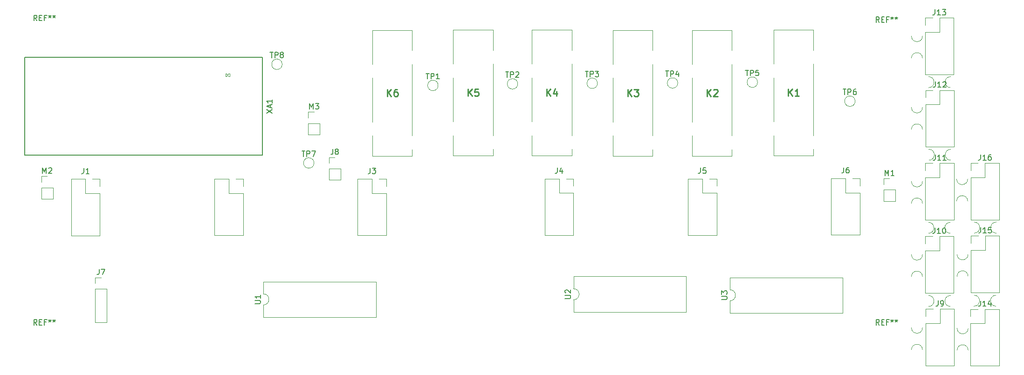
<source format=gbr>
%TF.GenerationSoftware,KiCad,Pcbnew,7.0.2-0*%
%TF.CreationDate,2023-05-27T18:04:37+01:00*%
%TF.ProjectId,olfactory_display,6f6c6661-6374-46f7-9279-5f646973706c,rev?*%
%TF.SameCoordinates,Original*%
%TF.FileFunction,Legend,Top*%
%TF.FilePolarity,Positive*%
%FSLAX46Y46*%
G04 Gerber Fmt 4.6, Leading zero omitted, Abs format (unit mm)*
G04 Created by KiCad (PCBNEW 7.0.2-0) date 2023-05-27 18:04:37*
%MOMM*%
%LPD*%
G01*
G04 APERTURE LIST*
%ADD10C,0.150000*%
%ADD11C,0.075000*%
%ADD12C,0.254000*%
%ADD13C,0.100000*%
%ADD14C,0.120000*%
G04 APERTURE END LIST*
D10*
%TO.C,XA1*%
X139499764Y-37133094D02*
X140499764Y-36466428D01*
X139499764Y-36466428D02*
X140499764Y-37133094D01*
X140214049Y-36133094D02*
X140214049Y-35656904D01*
X140499764Y-36228332D02*
X139499764Y-35894999D01*
X139499764Y-35894999D02*
X140499764Y-35561666D01*
X140499764Y-34704523D02*
X140499764Y-35275951D01*
X140499764Y-34990237D02*
X139499764Y-34990237D01*
X139499764Y-34990237D02*
X139642621Y-35085475D01*
X139642621Y-35085475D02*
X139737859Y-35180713D01*
X139737859Y-35180713D02*
X139785478Y-35275951D01*
D11*
X132786192Y-29948690D02*
X132786192Y-30448690D01*
X132786192Y-30448690D02*
X132667144Y-30448690D01*
X132667144Y-30448690D02*
X132595716Y-30424880D01*
X132595716Y-30424880D02*
X132548097Y-30377261D01*
X132548097Y-30377261D02*
X132524287Y-30329642D01*
X132524287Y-30329642D02*
X132500478Y-30234404D01*
X132500478Y-30234404D02*
X132500478Y-30162976D01*
X132500478Y-30162976D02*
X132524287Y-30067738D01*
X132524287Y-30067738D02*
X132548097Y-30020119D01*
X132548097Y-30020119D02*
X132595716Y-29972500D01*
X132595716Y-29972500D02*
X132667144Y-29948690D01*
X132667144Y-29948690D02*
X132786192Y-29948690D01*
X132190954Y-30448690D02*
X132143335Y-30448690D01*
X132143335Y-30448690D02*
X132095716Y-30424880D01*
X132095716Y-30424880D02*
X132071906Y-30401071D01*
X132071906Y-30401071D02*
X132048097Y-30353452D01*
X132048097Y-30353452D02*
X132024287Y-30258214D01*
X132024287Y-30258214D02*
X132024287Y-30139166D01*
X132024287Y-30139166D02*
X132048097Y-30043928D01*
X132048097Y-30043928D02*
X132071906Y-29996309D01*
X132071906Y-29996309D02*
X132095716Y-29972500D01*
X132095716Y-29972500D02*
X132143335Y-29948690D01*
X132143335Y-29948690D02*
X132190954Y-29948690D01*
X132190954Y-29948690D02*
X132238573Y-29972500D01*
X132238573Y-29972500D02*
X132262382Y-29996309D01*
X132262382Y-29996309D02*
X132286192Y-30043928D01*
X132286192Y-30043928D02*
X132310001Y-30139166D01*
X132310001Y-30139166D02*
X132310001Y-30258214D01*
X132310001Y-30258214D02*
X132286192Y-30353452D01*
X132286192Y-30353452D02*
X132262382Y-30401071D01*
X132262382Y-30401071D02*
X132238573Y-30424880D01*
X132238573Y-30424880D02*
X132190954Y-30448690D01*
D10*
%TO.C,J16*%
X269200476Y-44682619D02*
X269200476Y-45396904D01*
X269200476Y-45396904D02*
X269152857Y-45539761D01*
X269152857Y-45539761D02*
X269057619Y-45635000D01*
X269057619Y-45635000D02*
X268914762Y-45682619D01*
X268914762Y-45682619D02*
X268819524Y-45682619D01*
X270200476Y-45682619D02*
X269629048Y-45682619D01*
X269914762Y-45682619D02*
X269914762Y-44682619D01*
X269914762Y-44682619D02*
X269819524Y-44825476D01*
X269819524Y-44825476D02*
X269724286Y-44920714D01*
X269724286Y-44920714D02*
X269629048Y-44968333D01*
X271057619Y-44682619D02*
X270867143Y-44682619D01*
X270867143Y-44682619D02*
X270771905Y-44730238D01*
X270771905Y-44730238D02*
X270724286Y-44777857D01*
X270724286Y-44777857D02*
X270629048Y-44920714D01*
X270629048Y-44920714D02*
X270581429Y-45111190D01*
X270581429Y-45111190D02*
X270581429Y-45492142D01*
X270581429Y-45492142D02*
X270629048Y-45587380D01*
X270629048Y-45587380D02*
X270676667Y-45635000D01*
X270676667Y-45635000D02*
X270771905Y-45682619D01*
X270771905Y-45682619D02*
X270962381Y-45682619D01*
X270962381Y-45682619D02*
X271057619Y-45635000D01*
X271057619Y-45635000D02*
X271105238Y-45587380D01*
X271105238Y-45587380D02*
X271152857Y-45492142D01*
X271152857Y-45492142D02*
X271152857Y-45254047D01*
X271152857Y-45254047D02*
X271105238Y-45158809D01*
X271105238Y-45158809D02*
X271057619Y-45111190D01*
X271057619Y-45111190D02*
X270962381Y-45063571D01*
X270962381Y-45063571D02*
X270771905Y-45063571D01*
X270771905Y-45063571D02*
X270676667Y-45111190D01*
X270676667Y-45111190D02*
X270629048Y-45158809D01*
X270629048Y-45158809D02*
X270581429Y-45254047D01*
%TO.C,J15*%
X269230476Y-57912619D02*
X269230476Y-58626904D01*
X269230476Y-58626904D02*
X269182857Y-58769761D01*
X269182857Y-58769761D02*
X269087619Y-58865000D01*
X269087619Y-58865000D02*
X268944762Y-58912619D01*
X268944762Y-58912619D02*
X268849524Y-58912619D01*
X270230476Y-58912619D02*
X269659048Y-58912619D01*
X269944762Y-58912619D02*
X269944762Y-57912619D01*
X269944762Y-57912619D02*
X269849524Y-58055476D01*
X269849524Y-58055476D02*
X269754286Y-58150714D01*
X269754286Y-58150714D02*
X269659048Y-58198333D01*
X271135238Y-57912619D02*
X270659048Y-57912619D01*
X270659048Y-57912619D02*
X270611429Y-58388809D01*
X270611429Y-58388809D02*
X270659048Y-58341190D01*
X270659048Y-58341190D02*
X270754286Y-58293571D01*
X270754286Y-58293571D02*
X270992381Y-58293571D01*
X270992381Y-58293571D02*
X271087619Y-58341190D01*
X271087619Y-58341190D02*
X271135238Y-58388809D01*
X271135238Y-58388809D02*
X271182857Y-58484047D01*
X271182857Y-58484047D02*
X271182857Y-58722142D01*
X271182857Y-58722142D02*
X271135238Y-58817380D01*
X271135238Y-58817380D02*
X271087619Y-58865000D01*
X271087619Y-58865000D02*
X270992381Y-58912619D01*
X270992381Y-58912619D02*
X270754286Y-58912619D01*
X270754286Y-58912619D02*
X270659048Y-58865000D01*
X270659048Y-58865000D02*
X270611429Y-58817380D01*
%TO.C,TP8*%
X140128095Y-26074619D02*
X140699523Y-26074619D01*
X140413809Y-27074619D02*
X140413809Y-26074619D01*
X141032857Y-27074619D02*
X141032857Y-26074619D01*
X141032857Y-26074619D02*
X141413809Y-26074619D01*
X141413809Y-26074619D02*
X141509047Y-26122238D01*
X141509047Y-26122238D02*
X141556666Y-26169857D01*
X141556666Y-26169857D02*
X141604285Y-26265095D01*
X141604285Y-26265095D02*
X141604285Y-26407952D01*
X141604285Y-26407952D02*
X141556666Y-26503190D01*
X141556666Y-26503190D02*
X141509047Y-26550809D01*
X141509047Y-26550809D02*
X141413809Y-26598428D01*
X141413809Y-26598428D02*
X141032857Y-26598428D01*
X142175714Y-26503190D02*
X142080476Y-26455571D01*
X142080476Y-26455571D02*
X142032857Y-26407952D01*
X142032857Y-26407952D02*
X141985238Y-26312714D01*
X141985238Y-26312714D02*
X141985238Y-26265095D01*
X141985238Y-26265095D02*
X142032857Y-26169857D01*
X142032857Y-26169857D02*
X142080476Y-26122238D01*
X142080476Y-26122238D02*
X142175714Y-26074619D01*
X142175714Y-26074619D02*
X142366190Y-26074619D01*
X142366190Y-26074619D02*
X142461428Y-26122238D01*
X142461428Y-26122238D02*
X142509047Y-26169857D01*
X142509047Y-26169857D02*
X142556666Y-26265095D01*
X142556666Y-26265095D02*
X142556666Y-26312714D01*
X142556666Y-26312714D02*
X142509047Y-26407952D01*
X142509047Y-26407952D02*
X142461428Y-26455571D01*
X142461428Y-26455571D02*
X142366190Y-26503190D01*
X142366190Y-26503190D02*
X142175714Y-26503190D01*
X142175714Y-26503190D02*
X142080476Y-26550809D01*
X142080476Y-26550809D02*
X142032857Y-26598428D01*
X142032857Y-26598428D02*
X141985238Y-26693666D01*
X141985238Y-26693666D02*
X141985238Y-26884142D01*
X141985238Y-26884142D02*
X142032857Y-26979380D01*
X142032857Y-26979380D02*
X142080476Y-27027000D01*
X142080476Y-27027000D02*
X142175714Y-27074619D01*
X142175714Y-27074619D02*
X142366190Y-27074619D01*
X142366190Y-27074619D02*
X142461428Y-27027000D01*
X142461428Y-27027000D02*
X142509047Y-26979380D01*
X142509047Y-26979380D02*
X142556666Y-26884142D01*
X142556666Y-26884142D02*
X142556666Y-26693666D01*
X142556666Y-26693666D02*
X142509047Y-26598428D01*
X142509047Y-26598428D02*
X142461428Y-26550809D01*
X142461428Y-26550809D02*
X142366190Y-26503190D01*
%TO.C,TP7*%
X145908095Y-44014619D02*
X146479523Y-44014619D01*
X146193809Y-45014619D02*
X146193809Y-44014619D01*
X146812857Y-45014619D02*
X146812857Y-44014619D01*
X146812857Y-44014619D02*
X147193809Y-44014619D01*
X147193809Y-44014619D02*
X147289047Y-44062238D01*
X147289047Y-44062238D02*
X147336666Y-44109857D01*
X147336666Y-44109857D02*
X147384285Y-44205095D01*
X147384285Y-44205095D02*
X147384285Y-44347952D01*
X147384285Y-44347952D02*
X147336666Y-44443190D01*
X147336666Y-44443190D02*
X147289047Y-44490809D01*
X147289047Y-44490809D02*
X147193809Y-44538428D01*
X147193809Y-44538428D02*
X146812857Y-44538428D01*
X147717619Y-44014619D02*
X148384285Y-44014619D01*
X148384285Y-44014619D02*
X147955714Y-45014619D01*
%TO.C,TP6*%
X244208095Y-32774619D02*
X244779523Y-32774619D01*
X244493809Y-33774619D02*
X244493809Y-32774619D01*
X245112857Y-33774619D02*
X245112857Y-32774619D01*
X245112857Y-32774619D02*
X245493809Y-32774619D01*
X245493809Y-32774619D02*
X245589047Y-32822238D01*
X245589047Y-32822238D02*
X245636666Y-32869857D01*
X245636666Y-32869857D02*
X245684285Y-32965095D01*
X245684285Y-32965095D02*
X245684285Y-33107952D01*
X245684285Y-33107952D02*
X245636666Y-33203190D01*
X245636666Y-33203190D02*
X245589047Y-33250809D01*
X245589047Y-33250809D02*
X245493809Y-33298428D01*
X245493809Y-33298428D02*
X245112857Y-33298428D01*
X246541428Y-32774619D02*
X246350952Y-32774619D01*
X246350952Y-32774619D02*
X246255714Y-32822238D01*
X246255714Y-32822238D02*
X246208095Y-32869857D01*
X246208095Y-32869857D02*
X246112857Y-33012714D01*
X246112857Y-33012714D02*
X246065238Y-33203190D01*
X246065238Y-33203190D02*
X246065238Y-33584142D01*
X246065238Y-33584142D02*
X246112857Y-33679380D01*
X246112857Y-33679380D02*
X246160476Y-33727000D01*
X246160476Y-33727000D02*
X246255714Y-33774619D01*
X246255714Y-33774619D02*
X246446190Y-33774619D01*
X246446190Y-33774619D02*
X246541428Y-33727000D01*
X246541428Y-33727000D02*
X246589047Y-33679380D01*
X246589047Y-33679380D02*
X246636666Y-33584142D01*
X246636666Y-33584142D02*
X246636666Y-33346047D01*
X246636666Y-33346047D02*
X246589047Y-33250809D01*
X246589047Y-33250809D02*
X246541428Y-33203190D01*
X246541428Y-33203190D02*
X246446190Y-33155571D01*
X246446190Y-33155571D02*
X246255714Y-33155571D01*
X246255714Y-33155571D02*
X246160476Y-33203190D01*
X246160476Y-33203190D02*
X246112857Y-33250809D01*
X246112857Y-33250809D02*
X246065238Y-33346047D01*
%TO.C,TP5*%
X226478095Y-29324619D02*
X227049523Y-29324619D01*
X226763809Y-30324619D02*
X226763809Y-29324619D01*
X227382857Y-30324619D02*
X227382857Y-29324619D01*
X227382857Y-29324619D02*
X227763809Y-29324619D01*
X227763809Y-29324619D02*
X227859047Y-29372238D01*
X227859047Y-29372238D02*
X227906666Y-29419857D01*
X227906666Y-29419857D02*
X227954285Y-29515095D01*
X227954285Y-29515095D02*
X227954285Y-29657952D01*
X227954285Y-29657952D02*
X227906666Y-29753190D01*
X227906666Y-29753190D02*
X227859047Y-29800809D01*
X227859047Y-29800809D02*
X227763809Y-29848428D01*
X227763809Y-29848428D02*
X227382857Y-29848428D01*
X228859047Y-29324619D02*
X228382857Y-29324619D01*
X228382857Y-29324619D02*
X228335238Y-29800809D01*
X228335238Y-29800809D02*
X228382857Y-29753190D01*
X228382857Y-29753190D02*
X228478095Y-29705571D01*
X228478095Y-29705571D02*
X228716190Y-29705571D01*
X228716190Y-29705571D02*
X228811428Y-29753190D01*
X228811428Y-29753190D02*
X228859047Y-29800809D01*
X228859047Y-29800809D02*
X228906666Y-29896047D01*
X228906666Y-29896047D02*
X228906666Y-30134142D01*
X228906666Y-30134142D02*
X228859047Y-30229380D01*
X228859047Y-30229380D02*
X228811428Y-30277000D01*
X228811428Y-30277000D02*
X228716190Y-30324619D01*
X228716190Y-30324619D02*
X228478095Y-30324619D01*
X228478095Y-30324619D02*
X228382857Y-30277000D01*
X228382857Y-30277000D02*
X228335238Y-30229380D01*
%TO.C,TP4*%
X211988095Y-29474619D02*
X212559523Y-29474619D01*
X212273809Y-30474619D02*
X212273809Y-29474619D01*
X212892857Y-30474619D02*
X212892857Y-29474619D01*
X212892857Y-29474619D02*
X213273809Y-29474619D01*
X213273809Y-29474619D02*
X213369047Y-29522238D01*
X213369047Y-29522238D02*
X213416666Y-29569857D01*
X213416666Y-29569857D02*
X213464285Y-29665095D01*
X213464285Y-29665095D02*
X213464285Y-29807952D01*
X213464285Y-29807952D02*
X213416666Y-29903190D01*
X213416666Y-29903190D02*
X213369047Y-29950809D01*
X213369047Y-29950809D02*
X213273809Y-29998428D01*
X213273809Y-29998428D02*
X212892857Y-29998428D01*
X214321428Y-29807952D02*
X214321428Y-30474619D01*
X214083333Y-29427000D02*
X213845238Y-30141285D01*
X213845238Y-30141285D02*
X214464285Y-30141285D01*
%TO.C,TP3*%
X197398095Y-29524619D02*
X197969523Y-29524619D01*
X197683809Y-30524619D02*
X197683809Y-29524619D01*
X198302857Y-30524619D02*
X198302857Y-29524619D01*
X198302857Y-29524619D02*
X198683809Y-29524619D01*
X198683809Y-29524619D02*
X198779047Y-29572238D01*
X198779047Y-29572238D02*
X198826666Y-29619857D01*
X198826666Y-29619857D02*
X198874285Y-29715095D01*
X198874285Y-29715095D02*
X198874285Y-29857952D01*
X198874285Y-29857952D02*
X198826666Y-29953190D01*
X198826666Y-29953190D02*
X198779047Y-30000809D01*
X198779047Y-30000809D02*
X198683809Y-30048428D01*
X198683809Y-30048428D02*
X198302857Y-30048428D01*
X199207619Y-29524619D02*
X199826666Y-29524619D01*
X199826666Y-29524619D02*
X199493333Y-29905571D01*
X199493333Y-29905571D02*
X199636190Y-29905571D01*
X199636190Y-29905571D02*
X199731428Y-29953190D01*
X199731428Y-29953190D02*
X199779047Y-30000809D01*
X199779047Y-30000809D02*
X199826666Y-30096047D01*
X199826666Y-30096047D02*
X199826666Y-30334142D01*
X199826666Y-30334142D02*
X199779047Y-30429380D01*
X199779047Y-30429380D02*
X199731428Y-30477000D01*
X199731428Y-30477000D02*
X199636190Y-30524619D01*
X199636190Y-30524619D02*
X199350476Y-30524619D01*
X199350476Y-30524619D02*
X199255238Y-30477000D01*
X199255238Y-30477000D02*
X199207619Y-30429380D01*
%TO.C,TP2*%
X182918095Y-29634619D02*
X183489523Y-29634619D01*
X183203809Y-30634619D02*
X183203809Y-29634619D01*
X183822857Y-30634619D02*
X183822857Y-29634619D01*
X183822857Y-29634619D02*
X184203809Y-29634619D01*
X184203809Y-29634619D02*
X184299047Y-29682238D01*
X184299047Y-29682238D02*
X184346666Y-29729857D01*
X184346666Y-29729857D02*
X184394285Y-29825095D01*
X184394285Y-29825095D02*
X184394285Y-29967952D01*
X184394285Y-29967952D02*
X184346666Y-30063190D01*
X184346666Y-30063190D02*
X184299047Y-30110809D01*
X184299047Y-30110809D02*
X184203809Y-30158428D01*
X184203809Y-30158428D02*
X183822857Y-30158428D01*
X184775238Y-29729857D02*
X184822857Y-29682238D01*
X184822857Y-29682238D02*
X184918095Y-29634619D01*
X184918095Y-29634619D02*
X185156190Y-29634619D01*
X185156190Y-29634619D02*
X185251428Y-29682238D01*
X185251428Y-29682238D02*
X185299047Y-29729857D01*
X185299047Y-29729857D02*
X185346666Y-29825095D01*
X185346666Y-29825095D02*
X185346666Y-29920333D01*
X185346666Y-29920333D02*
X185299047Y-30063190D01*
X185299047Y-30063190D02*
X184727619Y-30634619D01*
X184727619Y-30634619D02*
X185346666Y-30634619D01*
%TO.C,TP1*%
X168458095Y-29914619D02*
X169029523Y-29914619D01*
X168743809Y-30914619D02*
X168743809Y-29914619D01*
X169362857Y-30914619D02*
X169362857Y-29914619D01*
X169362857Y-29914619D02*
X169743809Y-29914619D01*
X169743809Y-29914619D02*
X169839047Y-29962238D01*
X169839047Y-29962238D02*
X169886666Y-30009857D01*
X169886666Y-30009857D02*
X169934285Y-30105095D01*
X169934285Y-30105095D02*
X169934285Y-30247952D01*
X169934285Y-30247952D02*
X169886666Y-30343190D01*
X169886666Y-30343190D02*
X169839047Y-30390809D01*
X169839047Y-30390809D02*
X169743809Y-30438428D01*
X169743809Y-30438428D02*
X169362857Y-30438428D01*
X170886666Y-30914619D02*
X170315238Y-30914619D01*
X170600952Y-30914619D02*
X170600952Y-29914619D01*
X170600952Y-29914619D02*
X170505714Y-30057476D01*
X170505714Y-30057476D02*
X170410476Y-30152714D01*
X170410476Y-30152714D02*
X170315238Y-30200333D01*
%TO.C,J9*%
X261481666Y-71212619D02*
X261481666Y-71926904D01*
X261481666Y-71926904D02*
X261434047Y-72069761D01*
X261434047Y-72069761D02*
X261338809Y-72165000D01*
X261338809Y-72165000D02*
X261195952Y-72212619D01*
X261195952Y-72212619D02*
X261100714Y-72212619D01*
X262005476Y-72212619D02*
X262195952Y-72212619D01*
X262195952Y-72212619D02*
X262291190Y-72165000D01*
X262291190Y-72165000D02*
X262338809Y-72117380D01*
X262338809Y-72117380D02*
X262434047Y-71974523D01*
X262434047Y-71974523D02*
X262481666Y-71784047D01*
X262481666Y-71784047D02*
X262481666Y-71403095D01*
X262481666Y-71403095D02*
X262434047Y-71307857D01*
X262434047Y-71307857D02*
X262386428Y-71260238D01*
X262386428Y-71260238D02*
X262291190Y-71212619D01*
X262291190Y-71212619D02*
X262100714Y-71212619D01*
X262100714Y-71212619D02*
X262005476Y-71260238D01*
X262005476Y-71260238D02*
X261957857Y-71307857D01*
X261957857Y-71307857D02*
X261910238Y-71403095D01*
X261910238Y-71403095D02*
X261910238Y-71641190D01*
X261910238Y-71641190D02*
X261957857Y-71736428D01*
X261957857Y-71736428D02*
X262005476Y-71784047D01*
X262005476Y-71784047D02*
X262100714Y-71831666D01*
X262100714Y-71831666D02*
X262291190Y-71831666D01*
X262291190Y-71831666D02*
X262386428Y-71784047D01*
X262386428Y-71784047D02*
X262434047Y-71736428D01*
X262434047Y-71736428D02*
X262481666Y-71641190D01*
%TO.C,J14*%
X269185476Y-71232619D02*
X269185476Y-71946904D01*
X269185476Y-71946904D02*
X269137857Y-72089761D01*
X269137857Y-72089761D02*
X269042619Y-72185000D01*
X269042619Y-72185000D02*
X268899762Y-72232619D01*
X268899762Y-72232619D02*
X268804524Y-72232619D01*
X270185476Y-72232619D02*
X269614048Y-72232619D01*
X269899762Y-72232619D02*
X269899762Y-71232619D01*
X269899762Y-71232619D02*
X269804524Y-71375476D01*
X269804524Y-71375476D02*
X269709286Y-71470714D01*
X269709286Y-71470714D02*
X269614048Y-71518333D01*
X271042619Y-71565952D02*
X271042619Y-72232619D01*
X270804524Y-71185000D02*
X270566429Y-71899285D01*
X270566429Y-71899285D02*
X271185476Y-71899285D01*
%TO.C,J13*%
X260920476Y-18292619D02*
X260920476Y-19006904D01*
X260920476Y-19006904D02*
X260872857Y-19149761D01*
X260872857Y-19149761D02*
X260777619Y-19245000D01*
X260777619Y-19245000D02*
X260634762Y-19292619D01*
X260634762Y-19292619D02*
X260539524Y-19292619D01*
X261920476Y-19292619D02*
X261349048Y-19292619D01*
X261634762Y-19292619D02*
X261634762Y-18292619D01*
X261634762Y-18292619D02*
X261539524Y-18435476D01*
X261539524Y-18435476D02*
X261444286Y-18530714D01*
X261444286Y-18530714D02*
X261349048Y-18578333D01*
X262253810Y-18292619D02*
X262872857Y-18292619D01*
X262872857Y-18292619D02*
X262539524Y-18673571D01*
X262539524Y-18673571D02*
X262682381Y-18673571D01*
X262682381Y-18673571D02*
X262777619Y-18721190D01*
X262777619Y-18721190D02*
X262825238Y-18768809D01*
X262825238Y-18768809D02*
X262872857Y-18864047D01*
X262872857Y-18864047D02*
X262872857Y-19102142D01*
X262872857Y-19102142D02*
X262825238Y-19197380D01*
X262825238Y-19197380D02*
X262777619Y-19245000D01*
X262777619Y-19245000D02*
X262682381Y-19292619D01*
X262682381Y-19292619D02*
X262396667Y-19292619D01*
X262396667Y-19292619D02*
X262301429Y-19245000D01*
X262301429Y-19245000D02*
X262253810Y-19197380D01*
%TO.C,J12*%
X260990476Y-31432619D02*
X260990476Y-32146904D01*
X260990476Y-32146904D02*
X260942857Y-32289761D01*
X260942857Y-32289761D02*
X260847619Y-32385000D01*
X260847619Y-32385000D02*
X260704762Y-32432619D01*
X260704762Y-32432619D02*
X260609524Y-32432619D01*
X261990476Y-32432619D02*
X261419048Y-32432619D01*
X261704762Y-32432619D02*
X261704762Y-31432619D01*
X261704762Y-31432619D02*
X261609524Y-31575476D01*
X261609524Y-31575476D02*
X261514286Y-31670714D01*
X261514286Y-31670714D02*
X261419048Y-31718333D01*
X262371429Y-31527857D02*
X262419048Y-31480238D01*
X262419048Y-31480238D02*
X262514286Y-31432619D01*
X262514286Y-31432619D02*
X262752381Y-31432619D01*
X262752381Y-31432619D02*
X262847619Y-31480238D01*
X262847619Y-31480238D02*
X262895238Y-31527857D01*
X262895238Y-31527857D02*
X262942857Y-31623095D01*
X262942857Y-31623095D02*
X262942857Y-31718333D01*
X262942857Y-31718333D02*
X262895238Y-31861190D01*
X262895238Y-31861190D02*
X262323810Y-32432619D01*
X262323810Y-32432619D02*
X262942857Y-32432619D01*
%TO.C,J11*%
X260970476Y-44712619D02*
X260970476Y-45426904D01*
X260970476Y-45426904D02*
X260922857Y-45569761D01*
X260922857Y-45569761D02*
X260827619Y-45665000D01*
X260827619Y-45665000D02*
X260684762Y-45712619D01*
X260684762Y-45712619D02*
X260589524Y-45712619D01*
X261970476Y-45712619D02*
X261399048Y-45712619D01*
X261684762Y-45712619D02*
X261684762Y-44712619D01*
X261684762Y-44712619D02*
X261589524Y-44855476D01*
X261589524Y-44855476D02*
X261494286Y-44950714D01*
X261494286Y-44950714D02*
X261399048Y-44998333D01*
X262922857Y-45712619D02*
X262351429Y-45712619D01*
X262637143Y-45712619D02*
X262637143Y-44712619D01*
X262637143Y-44712619D02*
X262541905Y-44855476D01*
X262541905Y-44855476D02*
X262446667Y-44950714D01*
X262446667Y-44950714D02*
X262351429Y-44998333D01*
%TO.C,J10*%
X260920476Y-57992619D02*
X260920476Y-58706904D01*
X260920476Y-58706904D02*
X260872857Y-58849761D01*
X260872857Y-58849761D02*
X260777619Y-58945000D01*
X260777619Y-58945000D02*
X260634762Y-58992619D01*
X260634762Y-58992619D02*
X260539524Y-58992619D01*
X261920476Y-58992619D02*
X261349048Y-58992619D01*
X261634762Y-58992619D02*
X261634762Y-57992619D01*
X261634762Y-57992619D02*
X261539524Y-58135476D01*
X261539524Y-58135476D02*
X261444286Y-58230714D01*
X261444286Y-58230714D02*
X261349048Y-58278333D01*
X262539524Y-57992619D02*
X262634762Y-57992619D01*
X262634762Y-57992619D02*
X262730000Y-58040238D01*
X262730000Y-58040238D02*
X262777619Y-58087857D01*
X262777619Y-58087857D02*
X262825238Y-58183095D01*
X262825238Y-58183095D02*
X262872857Y-58373571D01*
X262872857Y-58373571D02*
X262872857Y-58611666D01*
X262872857Y-58611666D02*
X262825238Y-58802142D01*
X262825238Y-58802142D02*
X262777619Y-58897380D01*
X262777619Y-58897380D02*
X262730000Y-58945000D01*
X262730000Y-58945000D02*
X262634762Y-58992619D01*
X262634762Y-58992619D02*
X262539524Y-58992619D01*
X262539524Y-58992619D02*
X262444286Y-58945000D01*
X262444286Y-58945000D02*
X262396667Y-58897380D01*
X262396667Y-58897380D02*
X262349048Y-58802142D01*
X262349048Y-58802142D02*
X262301429Y-58611666D01*
X262301429Y-58611666D02*
X262301429Y-58373571D01*
X262301429Y-58373571D02*
X262349048Y-58183095D01*
X262349048Y-58183095D02*
X262396667Y-58087857D01*
X262396667Y-58087857D02*
X262444286Y-58040238D01*
X262444286Y-58040238D02*
X262539524Y-57992619D01*
%TO.C,REF\u002A\u002A*%
X97803811Y-75637619D02*
X97470478Y-75161428D01*
X97232383Y-75637619D02*
X97232383Y-74637619D01*
X97232383Y-74637619D02*
X97613335Y-74637619D01*
X97613335Y-74637619D02*
X97708573Y-74685238D01*
X97708573Y-74685238D02*
X97756192Y-74732857D01*
X97756192Y-74732857D02*
X97803811Y-74828095D01*
X97803811Y-74828095D02*
X97803811Y-74970952D01*
X97803811Y-74970952D02*
X97756192Y-75066190D01*
X97756192Y-75066190D02*
X97708573Y-75113809D01*
X97708573Y-75113809D02*
X97613335Y-75161428D01*
X97613335Y-75161428D02*
X97232383Y-75161428D01*
X98232383Y-75113809D02*
X98565716Y-75113809D01*
X98708573Y-75637619D02*
X98232383Y-75637619D01*
X98232383Y-75637619D02*
X98232383Y-74637619D01*
X98232383Y-74637619D02*
X98708573Y-74637619D01*
X99470478Y-75113809D02*
X99137145Y-75113809D01*
X99137145Y-75637619D02*
X99137145Y-74637619D01*
X99137145Y-74637619D02*
X99613335Y-74637619D01*
X100137145Y-74637619D02*
X100137145Y-74875714D01*
X99899050Y-74780476D02*
X100137145Y-74875714D01*
X100137145Y-74875714D02*
X100375240Y-74780476D01*
X99994288Y-75066190D02*
X100137145Y-74875714D01*
X100137145Y-74875714D02*
X100280002Y-75066190D01*
X100899050Y-74637619D02*
X100899050Y-74875714D01*
X100660955Y-74780476D02*
X100899050Y-74875714D01*
X100899050Y-74875714D02*
X101137145Y-74780476D01*
X100756193Y-75066190D02*
X100899050Y-74875714D01*
X100899050Y-74875714D02*
X101041907Y-75066190D01*
X250803811Y-75637619D02*
X250470478Y-75161428D01*
X250232383Y-75637619D02*
X250232383Y-74637619D01*
X250232383Y-74637619D02*
X250613335Y-74637619D01*
X250613335Y-74637619D02*
X250708573Y-74685238D01*
X250708573Y-74685238D02*
X250756192Y-74732857D01*
X250756192Y-74732857D02*
X250803811Y-74828095D01*
X250803811Y-74828095D02*
X250803811Y-74970952D01*
X250803811Y-74970952D02*
X250756192Y-75066190D01*
X250756192Y-75066190D02*
X250708573Y-75113809D01*
X250708573Y-75113809D02*
X250613335Y-75161428D01*
X250613335Y-75161428D02*
X250232383Y-75161428D01*
X251232383Y-75113809D02*
X251565716Y-75113809D01*
X251708573Y-75637619D02*
X251232383Y-75637619D01*
X251232383Y-75637619D02*
X251232383Y-74637619D01*
X251232383Y-74637619D02*
X251708573Y-74637619D01*
X252470478Y-75113809D02*
X252137145Y-75113809D01*
X252137145Y-75637619D02*
X252137145Y-74637619D01*
X252137145Y-74637619D02*
X252613335Y-74637619D01*
X253137145Y-74637619D02*
X253137145Y-74875714D01*
X252899050Y-74780476D02*
X253137145Y-74875714D01*
X253137145Y-74875714D02*
X253375240Y-74780476D01*
X252994288Y-75066190D02*
X253137145Y-74875714D01*
X253137145Y-74875714D02*
X253280002Y-75066190D01*
X253899050Y-74637619D02*
X253899050Y-74875714D01*
X253660955Y-74780476D02*
X253899050Y-74875714D01*
X253899050Y-74875714D02*
X254137145Y-74780476D01*
X253756193Y-75066190D02*
X253899050Y-74875714D01*
X253899050Y-74875714D02*
X254041907Y-75066190D01*
X250803811Y-20637619D02*
X250470478Y-20161428D01*
X250232383Y-20637619D02*
X250232383Y-19637619D01*
X250232383Y-19637619D02*
X250613335Y-19637619D01*
X250613335Y-19637619D02*
X250708573Y-19685238D01*
X250708573Y-19685238D02*
X250756192Y-19732857D01*
X250756192Y-19732857D02*
X250803811Y-19828095D01*
X250803811Y-19828095D02*
X250803811Y-19970952D01*
X250803811Y-19970952D02*
X250756192Y-20066190D01*
X250756192Y-20066190D02*
X250708573Y-20113809D01*
X250708573Y-20113809D02*
X250613335Y-20161428D01*
X250613335Y-20161428D02*
X250232383Y-20161428D01*
X251232383Y-20113809D02*
X251565716Y-20113809D01*
X251708573Y-20637619D02*
X251232383Y-20637619D01*
X251232383Y-20637619D02*
X251232383Y-19637619D01*
X251232383Y-19637619D02*
X251708573Y-19637619D01*
X252470478Y-20113809D02*
X252137145Y-20113809D01*
X252137145Y-20637619D02*
X252137145Y-19637619D01*
X252137145Y-19637619D02*
X252613335Y-19637619D01*
X253137145Y-19637619D02*
X253137145Y-19875714D01*
X252899050Y-19780476D02*
X253137145Y-19875714D01*
X253137145Y-19875714D02*
X253375240Y-19780476D01*
X252994288Y-20066190D02*
X253137145Y-19875714D01*
X253137145Y-19875714D02*
X253280002Y-20066190D01*
X253899050Y-19637619D02*
X253899050Y-19875714D01*
X253660955Y-19780476D02*
X253899050Y-19875714D01*
X253899050Y-19875714D02*
X254137145Y-19780476D01*
X253756193Y-20066190D02*
X253899050Y-19875714D01*
X253899050Y-19875714D02*
X254041907Y-20066190D01*
X97796666Y-20342619D02*
X97463333Y-19866428D01*
X97225238Y-20342619D02*
X97225238Y-19342619D01*
X97225238Y-19342619D02*
X97606190Y-19342619D01*
X97606190Y-19342619D02*
X97701428Y-19390238D01*
X97701428Y-19390238D02*
X97749047Y-19437857D01*
X97749047Y-19437857D02*
X97796666Y-19533095D01*
X97796666Y-19533095D02*
X97796666Y-19675952D01*
X97796666Y-19675952D02*
X97749047Y-19771190D01*
X97749047Y-19771190D02*
X97701428Y-19818809D01*
X97701428Y-19818809D02*
X97606190Y-19866428D01*
X97606190Y-19866428D02*
X97225238Y-19866428D01*
X98225238Y-19818809D02*
X98558571Y-19818809D01*
X98701428Y-20342619D02*
X98225238Y-20342619D01*
X98225238Y-20342619D02*
X98225238Y-19342619D01*
X98225238Y-19342619D02*
X98701428Y-19342619D01*
X99463333Y-19818809D02*
X99130000Y-19818809D01*
X99130000Y-20342619D02*
X99130000Y-19342619D01*
X99130000Y-19342619D02*
X99606190Y-19342619D01*
X100130000Y-19342619D02*
X100130000Y-19580714D01*
X99891905Y-19485476D02*
X100130000Y-19580714D01*
X100130000Y-19580714D02*
X100368095Y-19485476D01*
X99987143Y-19771190D02*
X100130000Y-19580714D01*
X100130000Y-19580714D02*
X100272857Y-19771190D01*
X100891905Y-19342619D02*
X100891905Y-19580714D01*
X100653810Y-19485476D02*
X100891905Y-19580714D01*
X100891905Y-19580714D02*
X101130000Y-19485476D01*
X100749048Y-19771190D02*
X100891905Y-19580714D01*
X100891905Y-19580714D02*
X101034762Y-19771190D01*
D12*
%TO.C,K2*%
X219499763Y-34062526D02*
X219499763Y-32792526D01*
X220225478Y-34062526D02*
X219681192Y-33336811D01*
X220225478Y-32792526D02*
X219499763Y-33518240D01*
X220709287Y-32913478D02*
X220769763Y-32853002D01*
X220769763Y-32853002D02*
X220890716Y-32792526D01*
X220890716Y-32792526D02*
X221193097Y-32792526D01*
X221193097Y-32792526D02*
X221314049Y-32853002D01*
X221314049Y-32853002D02*
X221374525Y-32913478D01*
X221374525Y-32913478D02*
X221435002Y-33034430D01*
X221435002Y-33034430D02*
X221435002Y-33155383D01*
X221435002Y-33155383D02*
X221374525Y-33336811D01*
X221374525Y-33336811D02*
X220648811Y-34062526D01*
X220648811Y-34062526D02*
X221435002Y-34062526D01*
%TO.C,K3*%
X205109763Y-34072526D02*
X205109763Y-32802526D01*
X205835478Y-34072526D02*
X205291192Y-33346811D01*
X205835478Y-32802526D02*
X205109763Y-33528240D01*
X206258811Y-32802526D02*
X207045002Y-32802526D01*
X207045002Y-32802526D02*
X206621668Y-33286335D01*
X206621668Y-33286335D02*
X206803097Y-33286335D01*
X206803097Y-33286335D02*
X206924049Y-33346811D01*
X206924049Y-33346811D02*
X206984525Y-33407288D01*
X206984525Y-33407288D02*
X207045002Y-33528240D01*
X207045002Y-33528240D02*
X207045002Y-33830621D01*
X207045002Y-33830621D02*
X206984525Y-33951573D01*
X206984525Y-33951573D02*
X206924049Y-34012050D01*
X206924049Y-34012050D02*
X206803097Y-34072526D01*
X206803097Y-34072526D02*
X206440240Y-34072526D01*
X206440240Y-34072526D02*
X206319287Y-34012050D01*
X206319287Y-34012050D02*
X206258811Y-33951573D01*
D10*
%TO.C,U2*%
X193739764Y-70816904D02*
X194549287Y-70816904D01*
X194549287Y-70816904D02*
X194644525Y-70769285D01*
X194644525Y-70769285D02*
X194692145Y-70721666D01*
X194692145Y-70721666D02*
X194739764Y-70626428D01*
X194739764Y-70626428D02*
X194739764Y-70435952D01*
X194739764Y-70435952D02*
X194692145Y-70340714D01*
X194692145Y-70340714D02*
X194644525Y-70293095D01*
X194644525Y-70293095D02*
X194549287Y-70245476D01*
X194549287Y-70245476D02*
X193739764Y-70245476D01*
X193835002Y-69816904D02*
X193787383Y-69769285D01*
X193787383Y-69769285D02*
X193739764Y-69674047D01*
X193739764Y-69674047D02*
X193739764Y-69435952D01*
X193739764Y-69435952D02*
X193787383Y-69340714D01*
X193787383Y-69340714D02*
X193835002Y-69293095D01*
X193835002Y-69293095D02*
X193930240Y-69245476D01*
X193930240Y-69245476D02*
X194025478Y-69245476D01*
X194025478Y-69245476D02*
X194168335Y-69293095D01*
X194168335Y-69293095D02*
X194739764Y-69864523D01*
X194739764Y-69864523D02*
X194739764Y-69245476D01*
D12*
%TO.C,K6*%
X161409763Y-34072526D02*
X161409763Y-32802526D01*
X162135478Y-34072526D02*
X161591192Y-33346811D01*
X162135478Y-32802526D02*
X161409763Y-33528240D01*
X163224049Y-32802526D02*
X162982144Y-32802526D01*
X162982144Y-32802526D02*
X162861192Y-32863002D01*
X162861192Y-32863002D02*
X162800716Y-32923478D01*
X162800716Y-32923478D02*
X162679763Y-33104907D01*
X162679763Y-33104907D02*
X162619287Y-33346811D01*
X162619287Y-33346811D02*
X162619287Y-33830621D01*
X162619287Y-33830621D02*
X162679763Y-33951573D01*
X162679763Y-33951573D02*
X162740240Y-34012050D01*
X162740240Y-34012050D02*
X162861192Y-34072526D01*
X162861192Y-34072526D02*
X163103097Y-34072526D01*
X163103097Y-34072526D02*
X163224049Y-34012050D01*
X163224049Y-34012050D02*
X163284525Y-33951573D01*
X163284525Y-33951573D02*
X163345002Y-33830621D01*
X163345002Y-33830621D02*
X163345002Y-33528240D01*
X163345002Y-33528240D02*
X163284525Y-33407288D01*
X163284525Y-33407288D02*
X163224049Y-33346811D01*
X163224049Y-33346811D02*
X163103097Y-33286335D01*
X163103097Y-33286335D02*
X162861192Y-33286335D01*
X162861192Y-33286335D02*
X162740240Y-33346811D01*
X162740240Y-33346811D02*
X162679763Y-33407288D01*
X162679763Y-33407288D02*
X162619287Y-33528240D01*
D10*
%TO.C,J6*%
X244333811Y-47027619D02*
X244333811Y-47741904D01*
X244333811Y-47741904D02*
X244286192Y-47884761D01*
X244286192Y-47884761D02*
X244190954Y-47980000D01*
X244190954Y-47980000D02*
X244048097Y-48027619D01*
X244048097Y-48027619D02*
X243952859Y-48027619D01*
X245238573Y-47027619D02*
X245048097Y-47027619D01*
X245048097Y-47027619D02*
X244952859Y-47075238D01*
X244952859Y-47075238D02*
X244905240Y-47122857D01*
X244905240Y-47122857D02*
X244810002Y-47265714D01*
X244810002Y-47265714D02*
X244762383Y-47456190D01*
X244762383Y-47456190D02*
X244762383Y-47837142D01*
X244762383Y-47837142D02*
X244810002Y-47932380D01*
X244810002Y-47932380D02*
X244857621Y-47980000D01*
X244857621Y-47980000D02*
X244952859Y-48027619D01*
X244952859Y-48027619D02*
X245143335Y-48027619D01*
X245143335Y-48027619D02*
X245238573Y-47980000D01*
X245238573Y-47980000D02*
X245286192Y-47932380D01*
X245286192Y-47932380D02*
X245333811Y-47837142D01*
X245333811Y-47837142D02*
X245333811Y-47599047D01*
X245333811Y-47599047D02*
X245286192Y-47503809D01*
X245286192Y-47503809D02*
X245238573Y-47456190D01*
X245238573Y-47456190D02*
X245143335Y-47408571D01*
X245143335Y-47408571D02*
X244952859Y-47408571D01*
X244952859Y-47408571D02*
X244857621Y-47456190D01*
X244857621Y-47456190D02*
X244810002Y-47503809D01*
X244810002Y-47503809D02*
X244762383Y-47599047D01*
D12*
%TO.C,K1*%
X234289763Y-34012526D02*
X234289763Y-32742526D01*
X235015478Y-34012526D02*
X234471192Y-33286811D01*
X235015478Y-32742526D02*
X234289763Y-33468240D01*
X236225002Y-34012526D02*
X235499287Y-34012526D01*
X235862144Y-34012526D02*
X235862144Y-32742526D01*
X235862144Y-32742526D02*
X235741192Y-32923954D01*
X235741192Y-32923954D02*
X235620240Y-33044907D01*
X235620240Y-33044907D02*
X235499287Y-33105383D01*
D10*
%TO.C,J4*%
X192323811Y-47087619D02*
X192323811Y-47801904D01*
X192323811Y-47801904D02*
X192276192Y-47944761D01*
X192276192Y-47944761D02*
X192180954Y-48040000D01*
X192180954Y-48040000D02*
X192038097Y-48087619D01*
X192038097Y-48087619D02*
X191942859Y-48087619D01*
X193228573Y-47420952D02*
X193228573Y-48087619D01*
X192990478Y-47040000D02*
X192752383Y-47754285D01*
X192752383Y-47754285D02*
X193371430Y-47754285D01*
D12*
%TO.C,K4*%
X190389763Y-34012526D02*
X190389763Y-32742526D01*
X191115478Y-34012526D02*
X190571192Y-33286811D01*
X191115478Y-32742526D02*
X190389763Y-33468240D01*
X192204049Y-33165859D02*
X192204049Y-34012526D01*
X191901668Y-32682050D02*
X191599287Y-33589192D01*
X191599287Y-33589192D02*
X192385478Y-33589192D01*
D10*
%TO.C,M3*%
X147327621Y-36377619D02*
X147327621Y-35377619D01*
X147327621Y-35377619D02*
X147660954Y-36091904D01*
X147660954Y-36091904D02*
X147994287Y-35377619D01*
X147994287Y-35377619D02*
X147994287Y-36377619D01*
X148375240Y-35377619D02*
X148994287Y-35377619D01*
X148994287Y-35377619D02*
X148660954Y-35758571D01*
X148660954Y-35758571D02*
X148803811Y-35758571D01*
X148803811Y-35758571D02*
X148899049Y-35806190D01*
X148899049Y-35806190D02*
X148946668Y-35853809D01*
X148946668Y-35853809D02*
X148994287Y-35949047D01*
X148994287Y-35949047D02*
X148994287Y-36187142D01*
X148994287Y-36187142D02*
X148946668Y-36282380D01*
X148946668Y-36282380D02*
X148899049Y-36330000D01*
X148899049Y-36330000D02*
X148803811Y-36377619D01*
X148803811Y-36377619D02*
X148518097Y-36377619D01*
X148518097Y-36377619D02*
X148422859Y-36330000D01*
X148422859Y-36330000D02*
X148375240Y-36282380D01*
%TO.C,J3*%
X158323811Y-47117619D02*
X158323811Y-47831904D01*
X158323811Y-47831904D02*
X158276192Y-47974761D01*
X158276192Y-47974761D02*
X158180954Y-48070000D01*
X158180954Y-48070000D02*
X158038097Y-48117619D01*
X158038097Y-48117619D02*
X157942859Y-48117619D01*
X158704764Y-47117619D02*
X159323811Y-47117619D01*
X159323811Y-47117619D02*
X158990478Y-47498571D01*
X158990478Y-47498571D02*
X159133335Y-47498571D01*
X159133335Y-47498571D02*
X159228573Y-47546190D01*
X159228573Y-47546190D02*
X159276192Y-47593809D01*
X159276192Y-47593809D02*
X159323811Y-47689047D01*
X159323811Y-47689047D02*
X159323811Y-47927142D01*
X159323811Y-47927142D02*
X159276192Y-48022380D01*
X159276192Y-48022380D02*
X159228573Y-48070000D01*
X159228573Y-48070000D02*
X159133335Y-48117619D01*
X159133335Y-48117619D02*
X158847621Y-48117619D01*
X158847621Y-48117619D02*
X158752383Y-48070000D01*
X158752383Y-48070000D02*
X158704764Y-48022380D01*
%TO.C,J8*%
X151553811Y-43627619D02*
X151553811Y-44341904D01*
X151553811Y-44341904D02*
X151506192Y-44484761D01*
X151506192Y-44484761D02*
X151410954Y-44580000D01*
X151410954Y-44580000D02*
X151268097Y-44627619D01*
X151268097Y-44627619D02*
X151172859Y-44627619D01*
X152172859Y-44056190D02*
X152077621Y-44008571D01*
X152077621Y-44008571D02*
X152030002Y-43960952D01*
X152030002Y-43960952D02*
X151982383Y-43865714D01*
X151982383Y-43865714D02*
X151982383Y-43818095D01*
X151982383Y-43818095D02*
X152030002Y-43722857D01*
X152030002Y-43722857D02*
X152077621Y-43675238D01*
X152077621Y-43675238D02*
X152172859Y-43627619D01*
X152172859Y-43627619D02*
X152363335Y-43627619D01*
X152363335Y-43627619D02*
X152458573Y-43675238D01*
X152458573Y-43675238D02*
X152506192Y-43722857D01*
X152506192Y-43722857D02*
X152553811Y-43818095D01*
X152553811Y-43818095D02*
X152553811Y-43865714D01*
X152553811Y-43865714D02*
X152506192Y-43960952D01*
X152506192Y-43960952D02*
X152458573Y-44008571D01*
X152458573Y-44008571D02*
X152363335Y-44056190D01*
X152363335Y-44056190D02*
X152172859Y-44056190D01*
X152172859Y-44056190D02*
X152077621Y-44103809D01*
X152077621Y-44103809D02*
X152030002Y-44151428D01*
X152030002Y-44151428D02*
X151982383Y-44246666D01*
X151982383Y-44246666D02*
X151982383Y-44437142D01*
X151982383Y-44437142D02*
X152030002Y-44532380D01*
X152030002Y-44532380D02*
X152077621Y-44580000D01*
X152077621Y-44580000D02*
X152172859Y-44627619D01*
X152172859Y-44627619D02*
X152363335Y-44627619D01*
X152363335Y-44627619D02*
X152458573Y-44580000D01*
X152458573Y-44580000D02*
X152506192Y-44532380D01*
X152506192Y-44532380D02*
X152553811Y-44437142D01*
X152553811Y-44437142D02*
X152553811Y-44246666D01*
X152553811Y-44246666D02*
X152506192Y-44151428D01*
X152506192Y-44151428D02*
X152458573Y-44103809D01*
X152458573Y-44103809D02*
X152363335Y-44056190D01*
%TO.C,M2*%
X98827621Y-48077619D02*
X98827621Y-47077619D01*
X98827621Y-47077619D02*
X99160954Y-47791904D01*
X99160954Y-47791904D02*
X99494287Y-47077619D01*
X99494287Y-47077619D02*
X99494287Y-48077619D01*
X99922859Y-47172857D02*
X99970478Y-47125238D01*
X99970478Y-47125238D02*
X100065716Y-47077619D01*
X100065716Y-47077619D02*
X100303811Y-47077619D01*
X100303811Y-47077619D02*
X100399049Y-47125238D01*
X100399049Y-47125238D02*
X100446668Y-47172857D01*
X100446668Y-47172857D02*
X100494287Y-47268095D01*
X100494287Y-47268095D02*
X100494287Y-47363333D01*
X100494287Y-47363333D02*
X100446668Y-47506190D01*
X100446668Y-47506190D02*
X99875240Y-48077619D01*
X99875240Y-48077619D02*
X100494287Y-48077619D01*
%TO.C,J5*%
X218333811Y-47087619D02*
X218333811Y-47801904D01*
X218333811Y-47801904D02*
X218286192Y-47944761D01*
X218286192Y-47944761D02*
X218190954Y-48040000D01*
X218190954Y-48040000D02*
X218048097Y-48087619D01*
X218048097Y-48087619D02*
X217952859Y-48087619D01*
X219286192Y-47087619D02*
X218810002Y-47087619D01*
X218810002Y-47087619D02*
X218762383Y-47563809D01*
X218762383Y-47563809D02*
X218810002Y-47516190D01*
X218810002Y-47516190D02*
X218905240Y-47468571D01*
X218905240Y-47468571D02*
X219143335Y-47468571D01*
X219143335Y-47468571D02*
X219238573Y-47516190D01*
X219238573Y-47516190D02*
X219286192Y-47563809D01*
X219286192Y-47563809D02*
X219333811Y-47659047D01*
X219333811Y-47659047D02*
X219333811Y-47897142D01*
X219333811Y-47897142D02*
X219286192Y-47992380D01*
X219286192Y-47992380D02*
X219238573Y-48040000D01*
X219238573Y-48040000D02*
X219143335Y-48087619D01*
X219143335Y-48087619D02*
X218905240Y-48087619D01*
X218905240Y-48087619D02*
X218810002Y-48040000D01*
X218810002Y-48040000D02*
X218762383Y-47992380D01*
D12*
%TO.C,K5*%
X176089763Y-34012526D02*
X176089763Y-32742526D01*
X176815478Y-34012526D02*
X176271192Y-33286811D01*
X176815478Y-32742526D02*
X176089763Y-33468240D01*
X177964525Y-32742526D02*
X177359763Y-32742526D01*
X177359763Y-32742526D02*
X177299287Y-33347288D01*
X177299287Y-33347288D02*
X177359763Y-33286811D01*
X177359763Y-33286811D02*
X177480716Y-33226335D01*
X177480716Y-33226335D02*
X177783097Y-33226335D01*
X177783097Y-33226335D02*
X177904049Y-33286811D01*
X177904049Y-33286811D02*
X177964525Y-33347288D01*
X177964525Y-33347288D02*
X178025002Y-33468240D01*
X178025002Y-33468240D02*
X178025002Y-33770621D01*
X178025002Y-33770621D02*
X177964525Y-33891573D01*
X177964525Y-33891573D02*
X177904049Y-33952050D01*
X177904049Y-33952050D02*
X177783097Y-34012526D01*
X177783097Y-34012526D02*
X177480716Y-34012526D01*
X177480716Y-34012526D02*
X177359763Y-33952050D01*
X177359763Y-33952050D02*
X177299287Y-33891573D01*
D10*
%TO.C,U3*%
X222144764Y-71006904D02*
X222954287Y-71006904D01*
X222954287Y-71006904D02*
X223049525Y-70959285D01*
X223049525Y-70959285D02*
X223097145Y-70911666D01*
X223097145Y-70911666D02*
X223144764Y-70816428D01*
X223144764Y-70816428D02*
X223144764Y-70625952D01*
X223144764Y-70625952D02*
X223097145Y-70530714D01*
X223097145Y-70530714D02*
X223049525Y-70483095D01*
X223049525Y-70483095D02*
X222954287Y-70435476D01*
X222954287Y-70435476D02*
X222144764Y-70435476D01*
X222144764Y-70054523D02*
X222144764Y-69435476D01*
X222144764Y-69435476D02*
X222525716Y-69768809D01*
X222525716Y-69768809D02*
X222525716Y-69625952D01*
X222525716Y-69625952D02*
X222573335Y-69530714D01*
X222573335Y-69530714D02*
X222620954Y-69483095D01*
X222620954Y-69483095D02*
X222716192Y-69435476D01*
X222716192Y-69435476D02*
X222954287Y-69435476D01*
X222954287Y-69435476D02*
X223049525Y-69483095D01*
X223049525Y-69483095D02*
X223097145Y-69530714D01*
X223097145Y-69530714D02*
X223144764Y-69625952D01*
X223144764Y-69625952D02*
X223144764Y-69911666D01*
X223144764Y-69911666D02*
X223097145Y-70006904D01*
X223097145Y-70006904D02*
X223049525Y-70054523D01*
%TO.C,J1*%
X106283811Y-47127619D02*
X106283811Y-47841904D01*
X106283811Y-47841904D02*
X106236192Y-47984761D01*
X106236192Y-47984761D02*
X106140954Y-48080000D01*
X106140954Y-48080000D02*
X105998097Y-48127619D01*
X105998097Y-48127619D02*
X105902859Y-48127619D01*
X107283811Y-48127619D02*
X106712383Y-48127619D01*
X106998097Y-48127619D02*
X106998097Y-47127619D01*
X106998097Y-47127619D02*
X106902859Y-47270476D01*
X106902859Y-47270476D02*
X106807621Y-47365714D01*
X106807621Y-47365714D02*
X106712383Y-47413333D01*
%TO.C,J7*%
X109103811Y-65477619D02*
X109103811Y-66191904D01*
X109103811Y-66191904D02*
X109056192Y-66334761D01*
X109056192Y-66334761D02*
X108960954Y-66430000D01*
X108960954Y-66430000D02*
X108818097Y-66477619D01*
X108818097Y-66477619D02*
X108722859Y-66477619D01*
X109484764Y-65477619D02*
X110151430Y-65477619D01*
X110151430Y-65477619D02*
X109722859Y-66477619D01*
%TO.C,U1*%
X137394764Y-71756904D02*
X138204287Y-71756904D01*
X138204287Y-71756904D02*
X138299525Y-71709285D01*
X138299525Y-71709285D02*
X138347145Y-71661666D01*
X138347145Y-71661666D02*
X138394764Y-71566428D01*
X138394764Y-71566428D02*
X138394764Y-71375952D01*
X138394764Y-71375952D02*
X138347145Y-71280714D01*
X138347145Y-71280714D02*
X138299525Y-71233095D01*
X138299525Y-71233095D02*
X138204287Y-71185476D01*
X138204287Y-71185476D02*
X137394764Y-71185476D01*
X138394764Y-70185476D02*
X138394764Y-70756904D01*
X138394764Y-70471190D02*
X137394764Y-70471190D01*
X137394764Y-70471190D02*
X137537621Y-70566428D01*
X137537621Y-70566428D02*
X137632859Y-70661666D01*
X137632859Y-70661666D02*
X137680478Y-70756904D01*
%TO.C,M1*%
X251827621Y-48477619D02*
X251827621Y-47477619D01*
X251827621Y-47477619D02*
X252160954Y-48191904D01*
X252160954Y-48191904D02*
X252494287Y-47477619D01*
X252494287Y-47477619D02*
X252494287Y-48477619D01*
X253494287Y-48477619D02*
X252922859Y-48477619D01*
X253208573Y-48477619D02*
X253208573Y-47477619D01*
X253208573Y-47477619D02*
X253113335Y-47620476D01*
X253113335Y-47620476D02*
X253018097Y-47715714D01*
X253018097Y-47715714D02*
X252922859Y-47763333D01*
%TO.C,XA1*%
X138767145Y-44785000D02*
X95587145Y-44785000D01*
X95587145Y-27005000D02*
X95587145Y-44785000D01*
X138767145Y-27005000D02*
X138767145Y-44785000D01*
X138767145Y-27005000D02*
X95587145Y-27005000D01*
D13*
%TO.C,mouse-bite-2mm-slot*%
X266860000Y-53130000D02*
G75*
G03*
X264860000Y-53130000I-1000000J0D01*
G01*
X264860000Y-49130000D02*
G75*
G03*
X266860000Y-49130000I1000000J0D01*
G01*
X268040000Y-58940000D02*
G75*
G03*
X268040000Y-56940000I0J1000000D01*
G01*
X272040000Y-56940000D02*
G75*
G03*
X272040000Y-58940000I0J-1000000D01*
G01*
X264930000Y-62800000D02*
G75*
G03*
X266930000Y-62800000I1000000J0D01*
G01*
X266930000Y-66800000D02*
G75*
G03*
X264930000Y-66800000I-1000000J0D01*
G01*
X272020000Y-70230000D02*
G75*
G03*
X272020000Y-72230000I0J-1000000D01*
G01*
X268020000Y-72230000D02*
G75*
G03*
X268020000Y-70230000I0J1000000D01*
G01*
D14*
%TO.C,J16*%
X270010000Y-48820000D02*
X270010000Y-46220000D01*
X267410000Y-47550000D02*
X267410000Y-46220000D01*
X272610000Y-46220000D02*
X272610000Y-56500000D01*
X267410000Y-56500000D02*
X272610000Y-56500000D01*
X267410000Y-48820000D02*
X267410000Y-56500000D01*
X267410000Y-48820000D02*
X270010000Y-48820000D01*
X267410000Y-46220000D02*
X268740000Y-46220000D01*
X270010000Y-46220000D02*
X272610000Y-46220000D01*
%TO.C,J15*%
X270040000Y-59450000D02*
X272640000Y-59450000D01*
X267440000Y-59450000D02*
X268770000Y-59450000D01*
X267440000Y-62050000D02*
X270040000Y-62050000D01*
X267440000Y-62050000D02*
X267440000Y-69730000D01*
X267440000Y-69730000D02*
X272640000Y-69730000D01*
X272640000Y-59450000D02*
X272640000Y-69730000D01*
X267440000Y-60780000D02*
X267440000Y-59450000D01*
X270040000Y-62050000D02*
X270040000Y-59450000D01*
%TO.C,TP8*%
X142340000Y-28260000D02*
G75*
G03*
X142340000Y-28260000I-950000J0D01*
G01*
%TO.C,TP7*%
X148120000Y-46200000D02*
G75*
G03*
X148120000Y-46200000I-950000J0D01*
G01*
%TO.C,TP6*%
X246420000Y-34960000D02*
G75*
G03*
X246420000Y-34960000I-950000J0D01*
G01*
%TO.C,TP5*%
X228690000Y-31510000D02*
G75*
G03*
X228690000Y-31510000I-950000J0D01*
G01*
%TO.C,TP4*%
X214200000Y-31660000D02*
G75*
G03*
X214200000Y-31660000I-950000J0D01*
G01*
%TO.C,TP3*%
X199610000Y-31710000D02*
G75*
G03*
X199610000Y-31710000I-950000J0D01*
G01*
%TO.C,TP2*%
X185130000Y-31820000D02*
G75*
G03*
X185130000Y-31820000I-950000J0D01*
G01*
%TO.C,TP1*%
X170670000Y-32100000D02*
G75*
G03*
X170670000Y-32100000I-950000J0D01*
G01*
D13*
%TO.C,mouse-bite-2mm-slot*%
X264950000Y-76250000D02*
G75*
G03*
X266950000Y-76250000I1000000J0D01*
G01*
X266950000Y-80250000D02*
G75*
G03*
X264950000Y-80250000I-1000000J0D01*
G01*
X256650000Y-23150000D02*
G75*
G03*
X258650000Y-23150000I1000000J0D01*
G01*
X258650000Y-27150000D02*
G75*
G03*
X256650000Y-27150000I-1000000J0D01*
G01*
X263750000Y-30500000D02*
G75*
G03*
X263750000Y-32500000I0J-1000000D01*
G01*
X259750000Y-32500000D02*
G75*
G03*
X259750000Y-30500000I0J1000000D01*
G01*
X256650000Y-36100000D02*
G75*
G03*
X258650000Y-36100000I1000000J0D01*
G01*
X258650000Y-40100000D02*
G75*
G03*
X256650000Y-40100000I-1000000J0D01*
G01*
X256650000Y-49550000D02*
G75*
G03*
X258650000Y-49550000I1000000J0D01*
G01*
X258650000Y-53550000D02*
G75*
G03*
X256650000Y-53550000I-1000000J0D01*
G01*
X256650000Y-62850000D02*
G75*
G03*
X258650000Y-62850000I1000000J0D01*
G01*
X258650000Y-66850000D02*
G75*
G03*
X256650000Y-66850000I-1000000J0D01*
G01*
X256650000Y-76150000D02*
G75*
G03*
X258650000Y-76150000I1000000J0D01*
G01*
X258650000Y-80150000D02*
G75*
G03*
X256650000Y-80150000I-1000000J0D01*
G01*
X263800000Y-43700000D02*
G75*
G03*
X263800000Y-45700000I0J-1000000D01*
G01*
X259800000Y-45700000D02*
G75*
G03*
X259800000Y-43700000I0J1000000D01*
G01*
X263720000Y-56980000D02*
G75*
G03*
X263720000Y-58980000I0J-1000000D01*
G01*
X259720000Y-58980000D02*
G75*
G03*
X259720000Y-56980000I0J1000000D01*
G01*
X263735000Y-70280000D02*
G75*
G03*
X263735000Y-72280000I0J-1000000D01*
G01*
X259735000Y-72280000D02*
G75*
G03*
X259735000Y-70280000I0J1000000D01*
G01*
D14*
%TO.C,J9*%
X261815000Y-75350000D02*
X261815000Y-72750000D01*
X259215000Y-74080000D02*
X259215000Y-72750000D01*
X264415000Y-72750000D02*
X264415000Y-83030000D01*
X259215000Y-83030000D02*
X264415000Y-83030000D01*
X259215000Y-75350000D02*
X259215000Y-83030000D01*
X259215000Y-75350000D02*
X261815000Y-75350000D01*
X259215000Y-72750000D02*
X260545000Y-72750000D01*
X261815000Y-72750000D02*
X264415000Y-72750000D01*
%TO.C,J14*%
X269995000Y-75370000D02*
X269995000Y-72770000D01*
X267395000Y-74100000D02*
X267395000Y-72770000D01*
X272595000Y-72770000D02*
X272595000Y-83050000D01*
X267395000Y-83050000D02*
X272595000Y-83050000D01*
X267395000Y-75370000D02*
X267395000Y-83050000D01*
X267395000Y-75370000D02*
X269995000Y-75370000D01*
X267395000Y-72770000D02*
X268725000Y-72770000D01*
X269995000Y-72770000D02*
X272595000Y-72770000D01*
%TO.C,J13*%
X261730000Y-22430000D02*
X261730000Y-19830000D01*
X259130000Y-21160000D02*
X259130000Y-19830000D01*
X264330000Y-19830000D02*
X264330000Y-30110000D01*
X259130000Y-30110000D02*
X264330000Y-30110000D01*
X259130000Y-22430000D02*
X259130000Y-30110000D01*
X259130000Y-22430000D02*
X261730000Y-22430000D01*
X259130000Y-19830000D02*
X260460000Y-19830000D01*
X261730000Y-19830000D02*
X264330000Y-19830000D01*
%TO.C,J12*%
X261800000Y-35570000D02*
X261800000Y-32970000D01*
X259200000Y-34300000D02*
X259200000Y-32970000D01*
X264400000Y-32970000D02*
X264400000Y-43250000D01*
X259200000Y-43250000D02*
X264400000Y-43250000D01*
X259200000Y-35570000D02*
X259200000Y-43250000D01*
X259200000Y-35570000D02*
X261800000Y-35570000D01*
X259200000Y-32970000D02*
X260530000Y-32970000D01*
X261800000Y-32970000D02*
X264400000Y-32970000D01*
%TO.C,J11*%
X261780000Y-48850000D02*
X261780000Y-46250000D01*
X259180000Y-47580000D02*
X259180000Y-46250000D01*
X264380000Y-46250000D02*
X264380000Y-56530000D01*
X259180000Y-56530000D02*
X264380000Y-56530000D01*
X259180000Y-48850000D02*
X259180000Y-56530000D01*
X259180000Y-48850000D02*
X261780000Y-48850000D01*
X259180000Y-46250000D02*
X260510000Y-46250000D01*
X261780000Y-46250000D02*
X264380000Y-46250000D01*
%TO.C,J10*%
X261730000Y-59530000D02*
X264330000Y-59530000D01*
X259130000Y-59530000D02*
X260460000Y-59530000D01*
X259130000Y-62130000D02*
X261730000Y-62130000D01*
X259130000Y-62130000D02*
X259130000Y-69810000D01*
X259130000Y-69810000D02*
X264330000Y-69810000D01*
X264330000Y-59530000D02*
X264330000Y-69810000D01*
X259130000Y-60860000D02*
X259130000Y-59530000D01*
X261730000Y-62130000D02*
X261730000Y-59530000D01*
%TO.C,J2*%
X130057145Y-49095000D02*
X130057145Y-59375000D01*
X130057145Y-49095000D02*
X132657145Y-49095000D01*
X130057145Y-59375000D02*
X135257145Y-59375000D01*
X132657145Y-49095000D02*
X132657145Y-51695000D01*
X132657145Y-51695000D02*
X135257145Y-51695000D01*
X133927145Y-49095000D02*
X135257145Y-49095000D01*
X135257145Y-49095000D02*
X135257145Y-50425000D01*
X135257145Y-51695000D02*
X135257145Y-59375000D01*
D13*
%TO.C,K2*%
X216827145Y-22045000D02*
X224047145Y-22045000D01*
X216827145Y-28245000D02*
X216827145Y-22045000D01*
X216827145Y-30745000D02*
X216827145Y-38745000D01*
X216827145Y-41245000D02*
X216827145Y-44905000D01*
X216827145Y-44905000D02*
X224047145Y-44905000D01*
X224047145Y-22045000D02*
X224047145Y-25745000D01*
X224047145Y-28245000D02*
X224047145Y-41245000D01*
X224047145Y-44905000D02*
X224047145Y-43745000D01*
%TO.C,K3*%
X202437145Y-22055000D02*
X209657145Y-22055000D01*
X202437145Y-28255000D02*
X202437145Y-22055000D01*
X202437145Y-30755000D02*
X202437145Y-38755000D01*
X202437145Y-41255000D02*
X202437145Y-44915000D01*
X202437145Y-44915000D02*
X209657145Y-44915000D01*
X209657145Y-22055000D02*
X209657145Y-25755000D01*
X209657145Y-28255000D02*
X209657145Y-41255000D01*
X209657145Y-44915000D02*
X209657145Y-43755000D01*
D14*
%TO.C,U2*%
X195277145Y-73290000D02*
X215717145Y-73290000D01*
X215717145Y-73290000D02*
X215717145Y-66820000D01*
X195277145Y-71055000D02*
X195277145Y-73290000D01*
X195277145Y-66820000D02*
X195277145Y-69055000D01*
X215717145Y-66820000D02*
X195277145Y-66820000D01*
X195277145Y-71055000D02*
G75*
G03*
X195277145Y-69055000I0J1000000D01*
G01*
D13*
%TO.C,K6*%
X158737145Y-22055000D02*
X165957145Y-22055000D01*
X158737145Y-28255000D02*
X158737145Y-22055000D01*
X158737145Y-30755000D02*
X158737145Y-38755000D01*
X158737145Y-41255000D02*
X158737145Y-44915000D01*
X158737145Y-44915000D02*
X165957145Y-44915000D01*
X165957145Y-22055000D02*
X165957145Y-25755000D01*
X165957145Y-28255000D02*
X165957145Y-41255000D01*
X165957145Y-44915000D02*
X165957145Y-43755000D01*
D14*
%TO.C,J6*%
X242067145Y-49005000D02*
X242067145Y-59285000D01*
X242067145Y-49005000D02*
X244667145Y-49005000D01*
X242067145Y-59285000D02*
X247267145Y-59285000D01*
X244667145Y-49005000D02*
X244667145Y-51605000D01*
X244667145Y-51605000D02*
X247267145Y-51605000D01*
X245937145Y-49005000D02*
X247267145Y-49005000D01*
X247267145Y-49005000D02*
X247267145Y-50335000D01*
X247267145Y-51605000D02*
X247267145Y-59285000D01*
D13*
%TO.C,K1*%
X231617145Y-21995000D02*
X238837145Y-21995000D01*
X231617145Y-28195000D02*
X231617145Y-21995000D01*
X231617145Y-30695000D02*
X231617145Y-38695000D01*
X231617145Y-41195000D02*
X231617145Y-44855000D01*
X231617145Y-44855000D02*
X238837145Y-44855000D01*
X238837145Y-21995000D02*
X238837145Y-25695000D01*
X238837145Y-28195000D02*
X238837145Y-41195000D01*
X238837145Y-44855000D02*
X238837145Y-43695000D01*
D14*
%TO.C,J4*%
X190057145Y-49065000D02*
X190057145Y-59345000D01*
X190057145Y-49065000D02*
X192657145Y-49065000D01*
X190057145Y-59345000D02*
X195257145Y-59345000D01*
X192657145Y-49065000D02*
X192657145Y-51665000D01*
X192657145Y-51665000D02*
X195257145Y-51665000D01*
X193927145Y-49065000D02*
X195257145Y-49065000D01*
X195257145Y-49065000D02*
X195257145Y-50395000D01*
X195257145Y-51665000D02*
X195257145Y-59345000D01*
D13*
%TO.C,K4*%
X187717145Y-21995000D02*
X194937145Y-21995000D01*
X187717145Y-28195000D02*
X187717145Y-21995000D01*
X187717145Y-30695000D02*
X187717145Y-38695000D01*
X187717145Y-41195000D02*
X187717145Y-44855000D01*
X187717145Y-44855000D02*
X194937145Y-44855000D01*
X194937145Y-21995000D02*
X194937145Y-25695000D01*
X194937145Y-28195000D02*
X194937145Y-41195000D01*
X194937145Y-44855000D02*
X194937145Y-43695000D01*
D14*
%TO.C,M3*%
X147077145Y-36915000D02*
X148137145Y-36915000D01*
X147077145Y-37975000D02*
X147077145Y-36915000D01*
X147077145Y-38975000D02*
X147077145Y-41035000D01*
X147077145Y-38975000D02*
X149197145Y-38975000D01*
X147077145Y-41035000D02*
X149197145Y-41035000D01*
X149197145Y-38975000D02*
X149197145Y-41035000D01*
%TO.C,J3*%
X156057145Y-49095000D02*
X156057145Y-59375000D01*
X156057145Y-49095000D02*
X158657145Y-49095000D01*
X156057145Y-59375000D02*
X161257145Y-59375000D01*
X158657145Y-49095000D02*
X158657145Y-51695000D01*
X158657145Y-51695000D02*
X161257145Y-51695000D01*
X159927145Y-49095000D02*
X161257145Y-49095000D01*
X161257145Y-49095000D02*
X161257145Y-50425000D01*
X161257145Y-51695000D02*
X161257145Y-59375000D01*
%TO.C,J8*%
X150827145Y-45165000D02*
X151887145Y-45165000D01*
X150827145Y-46225000D02*
X150827145Y-45165000D01*
X150827145Y-47225000D02*
X150827145Y-49285000D01*
X150827145Y-47225000D02*
X152947145Y-47225000D01*
X150827145Y-49285000D02*
X152947145Y-49285000D01*
X152947145Y-47225000D02*
X152947145Y-49285000D01*
%TO.C,M2*%
X98577145Y-48615000D02*
X99637145Y-48615000D01*
X98577145Y-49675000D02*
X98577145Y-48615000D01*
X98577145Y-50675000D02*
X98577145Y-52735000D01*
X98577145Y-50675000D02*
X100697145Y-50675000D01*
X98577145Y-52735000D02*
X100697145Y-52735000D01*
X100697145Y-50675000D02*
X100697145Y-52735000D01*
%TO.C,J5*%
X216067145Y-49065000D02*
X216067145Y-59345000D01*
X216067145Y-49065000D02*
X218667145Y-49065000D01*
X216067145Y-59345000D02*
X221267145Y-59345000D01*
X218667145Y-49065000D02*
X218667145Y-51665000D01*
X218667145Y-51665000D02*
X221267145Y-51665000D01*
X219937145Y-49065000D02*
X221267145Y-49065000D01*
X221267145Y-49065000D02*
X221267145Y-50395000D01*
X221267145Y-51665000D02*
X221267145Y-59345000D01*
D13*
%TO.C,K5*%
X173417145Y-21995000D02*
X180637145Y-21995000D01*
X173417145Y-28195000D02*
X173417145Y-21995000D01*
X173417145Y-30695000D02*
X173417145Y-38695000D01*
X173417145Y-41195000D02*
X173417145Y-44855000D01*
X173417145Y-44855000D02*
X180637145Y-44855000D01*
X180637145Y-21995000D02*
X180637145Y-25695000D01*
X180637145Y-28195000D02*
X180637145Y-41195000D01*
X180637145Y-44855000D02*
X180637145Y-43695000D01*
D14*
%TO.C,U3*%
X223682145Y-73480000D02*
X244122145Y-73480000D01*
X244122145Y-73480000D02*
X244122145Y-67010000D01*
X223682145Y-71245000D02*
X223682145Y-73480000D01*
X223682145Y-67010000D02*
X223682145Y-69245000D01*
X244122145Y-67010000D02*
X223682145Y-67010000D01*
X223682145Y-71245000D02*
G75*
G03*
X223682145Y-69245000I0J1000000D01*
G01*
%TO.C,J1*%
X104017145Y-49105000D02*
X104017145Y-59385000D01*
X104017145Y-49105000D02*
X106617145Y-49105000D01*
X104017145Y-59385000D02*
X109217145Y-59385000D01*
X106617145Y-49105000D02*
X106617145Y-51705000D01*
X106617145Y-51705000D02*
X109217145Y-51705000D01*
X107887145Y-49105000D02*
X109217145Y-49105000D01*
X109217145Y-49105000D02*
X109217145Y-50435000D01*
X109217145Y-51705000D02*
X109217145Y-59385000D01*
%TO.C,J7*%
X108377145Y-67015000D02*
X109437145Y-67015000D01*
X108377145Y-68075000D02*
X108377145Y-67015000D01*
X108377145Y-69075000D02*
X108377145Y-75135000D01*
X108377145Y-69075000D02*
X110497145Y-69075000D01*
X108377145Y-75135000D02*
X110497145Y-75135000D01*
X110497145Y-69075000D02*
X110497145Y-75135000D01*
%TO.C,U1*%
X138932145Y-74230000D02*
X159372145Y-74230000D01*
X159372145Y-74230000D02*
X159372145Y-67760000D01*
X138932145Y-71995000D02*
X138932145Y-74230000D01*
X138932145Y-67760000D02*
X138932145Y-69995000D01*
X159372145Y-67760000D02*
X138932145Y-67760000D01*
X138932145Y-71995000D02*
G75*
G03*
X138932145Y-69995000I0J1000000D01*
G01*
%TO.C,M1*%
X251577145Y-49015000D02*
X252637145Y-49015000D01*
X251577145Y-50075000D02*
X251577145Y-49015000D01*
X251577145Y-51075000D02*
X251577145Y-53135000D01*
X251577145Y-51075000D02*
X253697145Y-51075000D01*
X251577145Y-53135000D02*
X253697145Y-53135000D01*
X253697145Y-51075000D02*
X253697145Y-53135000D01*
%TD*%
M02*

</source>
